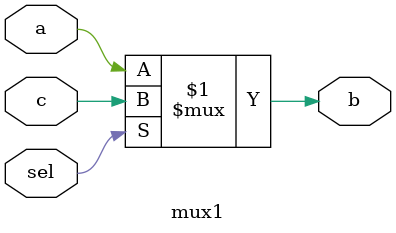
<source format=v>
module mux1(input a, c, sel, output b);
  assign b = sel ? c : a;
endmodule

</source>
